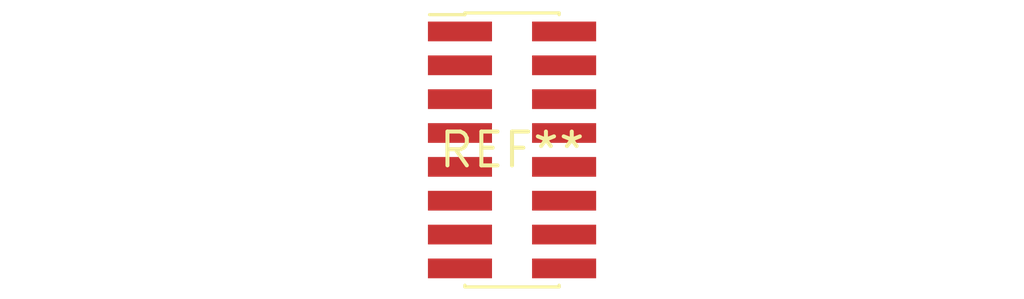
<source format=kicad_pcb>
(kicad_pcb (version 20240108) (generator pcbnew)
  (layers (0 "F.Cu" signal) (31 "B.Cu" signal) (34 "B.Paste" user) (35 "F.Paste" user) (36 "B.SilkS" user "B.Silkscreen") (37 "F.SilkS" user "F.Silkscreen") (38 "B.Mask" user) (39 "F.Mask" user) (44 "Edge.Cuts" user))
  (net 0 "")
  (footprint "PinHeader_2x08_P1.27mm_Vertical_SMD" (layer "F.Cu") (at 0 0)
    (property "Reference" "REF**")
    (property "Value" "PinHeader_2x08_P1.27mm_Vertical_SMD")
    (fp_line (start -3.09 -5.075) (end -1.765 -5.075) (layer "F.SilkS") (stroke (width 0.12)))
    (fp_line (start -1.765 -5.14) (end -1.765 -5.075) (layer "F.SilkS") (stroke (width 0.12)))
    (fp_line (start -1.765 -5.14) (end 1.765 -5.14) (layer "F.SilkS") (stroke (width 0.12)))
    (fp_line (start -1.765 5.075) (end -1.765 5.14) (layer "F.SilkS") (stroke (width 0.12)))
    (fp_line (start -1.765 5.14) (end 1.765 5.14) (layer "F.SilkS") (stroke (width 0.12)))
    (fp_line (start 1.765 -5.14) (end 1.765 -5.075) (layer "F.SilkS") (stroke (width 0.12)))
    (fp_line (start 1.765 5.075) (end 1.765 5.14) (layer "F.SilkS") (stroke (width 0.12)))
    (pad "1" smd rect (at -1.95 -4.445) (size 2.4 0.74) (layers "F.Cu" "F.Paste" "F.Mask"))
    (pad "2" smd rect (at 1.95 -4.445) (size 2.4 0.74) (layers "F.Cu" "F.Paste" "F.Mask"))
    (pad "3" smd rect (at -1.95 -3.175) (size 2.4 0.74) (layers "F.Cu" "F.Paste" "F.Mask"))
    (pad "4" smd rect (at 1.95 -3.175) (size 2.4 0.74) (layers "F.Cu" "F.Paste" "F.Mask"))
    (pad "5" smd rect (at -1.95 -1.905) (size 2.4 0.74) (layers "F.Cu" "F.Paste" "F.Mask"))
    (pad "6" smd rect (at 1.95 -1.905) (size 2.4 0.74) (layers "F.Cu" "F.Paste" "F.Mask"))
    (pad "7" smd rect (at -1.95 -0.635) (size 2.4 0.74) (layers "F.Cu" "F.Paste" "F.Mask"))
    (pad "8" smd rect (at 1.95 -0.635) (size 2.4 0.74) (layers "F.Cu" "F.Paste" "F.Mask"))
    (pad "9" smd rect (at -1.95 0.635) (size 2.4 0.74) (layers "F.Cu" "F.Paste" "F.Mask"))
    (pad "10" smd rect (at 1.95 0.635) (size 2.4 0.74) (layers "F.Cu" "F.Paste" "F.Mask"))
    (pad "11" smd rect (at -1.95 1.905) (size 2.4 0.74) (layers "F.Cu" "F.Paste" "F.Mask"))
    (pad "12" smd rect (at 1.95 1.905) (size 2.4 0.74) (layers "F.Cu" "F.Paste" "F.Mask"))
    (pad "13" smd rect (at -1.95 3.175) (size 2.4 0.74) (layers "F.Cu" "F.Paste" "F.Mask"))
    (pad "14" smd rect (at 1.95 3.175) (size 2.4 0.74) (layers "F.Cu" "F.Paste" "F.Mask"))
    (pad "15" smd rect (at -1.95 4.445) (size 2.4 0.74) (layers "F.Cu" "F.Paste" "F.Mask"))
    (pad "16" smd rect (at 1.95 4.445) (size 2.4 0.74) (layers "F.Cu" "F.Paste" "F.Mask"))
  )
)
</source>
